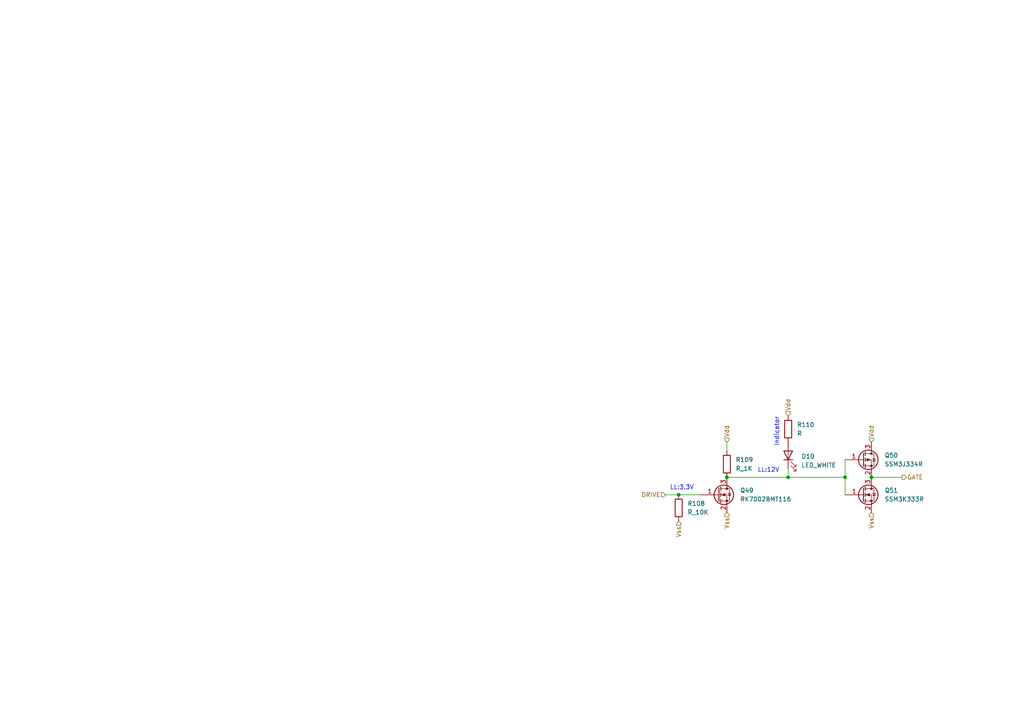
<source format=kicad_sch>
(kicad_sch (version 20211123) (generator eeschema)
  (paper "A4")
  (lib_symbols
    (symbol "Device:R" (pin_numbers hide) (pin_names (offset 0))
      (property "Reference" "R" (at 2.032 0 90))
      (property "Value" "R" (at 0 0 90))
      (symbol "R_0_1"
        (rectangle (start -1.016 -2.54) (end 1.016 2.54) (stroke (width 0.254)))
      )
      (symbol "R_1_1"
        (pin passive line (at 0 3.81 270) (length 1.27) (name "~") (number "1"))
        (pin passive line (at 0 -3.81 90) (length 1.27) (name "~") (number "2"))
      )
    )
    (symbol "OEM:LED_WHITE" (pin_numbers hide) (pin_names (offset 1.016) hide)
      (property "Reference" "D" (at 0 2.54 0))
      (property "Value" "LED_WHITE" (at 0 -2.54 0))
      (symbol "LED_WHITE_0_1"
        (polyline (pts (xy -1.27 -1.27) (xy -1.27 1.27)) (stroke (width 0.254)))
        (polyline (pts (xy -1.27 0) (xy 1.27 0)))
        (polyline (pts (xy 1.27 -1.27) (xy 1.27 1.27) (xy -1.27 0) (xy 1.27 -1.27)) (stroke (width 0.254)))
        (polyline (pts (xy -3.048 -0.762) (xy -4.572 -2.286) (xy -3.81 -2.286) (xy -4.572 -2.286) (xy -4.572 -1.524)))
        (polyline (pts (xy -1.778 -0.762) (xy -3.302 -2.286) (xy -2.54 -2.286) (xy -3.302 -2.286) (xy -3.302 -1.524)))
      )
      (symbol "LED_WHITE_1_1"
        (pin passive line (at -3.81 0 0) (length 2.54) (name "K") (number "1"))
        (pin passive line (at 3.81 0 180) (length 2.54) (name "A") (number "2"))
      )
    )
    (symbol "OEM:RK7002BMT116" (pin_names (offset 0) hide)
      (property "Reference" "Q" (at 5.08 1.905 0))
      (property "Value" "RK7002BMT116" (at 5.08 0 0))
      (symbol "RK7002BMT116_0_1"
        (polyline (pts (xy 0.762 -1.778) (xy 2.54 -1.778)))
        (polyline (pts (xy 0.762 -1.27) (xy 0.762 -2.286)) (stroke (width 0.254)))
        (polyline (pts (xy 0.762 0) (xy 2.54 0)))
        (polyline (pts (xy 0.762 0.508) (xy 0.762 -0.508)) (stroke (width 0.254)))
        (polyline (pts (xy 0.762 1.778) (xy 2.54 1.778)))
        (polyline (pts (xy 0.762 2.286) (xy 0.762 1.27)) (stroke (width 0.254)))
        (polyline (pts (xy 2.54 -1.778) (xy 2.54 -2.54)))
        (polyline (pts (xy 2.54 -1.778) (xy 2.54 0)))
        (polyline (pts (xy 2.54 2.54) (xy 2.54 1.778)))
        (polyline (pts (xy 0.254 1.905) (xy 0.254 -1.905) (xy 0.254 -1.905)) (stroke (width 0.254)))
        (polyline (pts (xy 1.016 0) (xy 2.032 0.381) (xy 2.032 -0.381) (xy 1.016 0)) (fill (type outline)))
        (polyline (pts (xy 2.54 -1.778) (xy 3.302 -1.778) (xy 3.302 1.778) (xy 2.54 1.778)))
        (polyline (pts (xy 2.794 0.508) (xy 2.921 0.381) (xy 3.683 0.381) (xy 3.81 0.254)))
        (polyline (pts (xy 3.302 0.381) (xy 2.921 -0.254) (xy 3.683 -0.254) (xy 3.302 0.381)))
        (circle (center 1.651 0) (radius 2.8194) (stroke (width 0.254)))
        (circle (center 2.54 -1.778) (radius 0.2794) (fill (type outline)))
        (circle (center 2.54 1.778) (radius 0.2794) (fill (type outline)))
      )
      (symbol "RK7002BMT116_1_1"
        (pin input line (at -5.08 0 0) (length 5.334) (name "G") (number "1"))
        (pin passive line (at 2.54 -5.08 90) (length 2.54) (name "S") (number "2"))
        (pin passive line (at 2.54 5.08 270) (length 2.54) (name "D") (number "3"))
      )
    )
    (symbol "formula:R_10K" (pin_numbers hide) (pin_names (offset 0))
      (property "Reference" "R" (at 2.032 0 90))
      (property "Value" "R_10K" (at -2.54 0 90))
      (symbol "R_10K_0_1"
        (rectangle (start -1.016 -2.54) (end 1.016 2.54) (stroke (width 0.254)))
      )
      (symbol "R_10K_1_1"
        (pin passive line (at 0 3.81 270) (length 1.27) (name "~") (number "1"))
        (pin passive line (at 0 -3.81 90) (length 1.27) (name "~") (number "2"))
      )
    )
    (symbol "formula:R_1K" (pin_numbers hide) (pin_names (offset 0))
      (property "Reference" "R" (at 2.032 0 90))
      (property "Value" "R_1K" (at -2.54 0 90))
      (symbol "R_1K_0_1"
        (rectangle (start -1.016 -2.54) (end 1.016 2.54) (stroke (width 0.254)))
      )
      (symbol "R_1K_1_1"
        (pin passive line (at 0 3.81 270) (length 1.27) (name "~") (number "1"))
        (pin passive line (at 0 -3.81 90) (length 1.27) (name "~") (number "2"))
      )
    )
    (symbol "formula:SSM3J334R" (pin_names (offset 0) hide)
      (property "Reference" "Q" (at 5.08 1.905 0))
      (property "Value" "SSM3J334R" (at 5.08 0 0))
      (symbol "SSM3J334R_1_1"
        (polyline (pts (xy 0.0508 0) (xy 0.254 0)))
        (polyline (pts (xy 0.762 -1.778) (xy 2.54 -1.778)))
        (polyline (pts (xy 0.762 -1.27) (xy 0.762 -2.286)) (stroke (width 0.254)))
        (polyline (pts (xy 0.762 0) (xy 2.54 0)))
        (polyline (pts (xy 0.762 0.508) (xy 0.762 -0.508)) (stroke (width 0.254)))
        (polyline (pts (xy 0.762 1.778) (xy 2.54 1.778)))
        (polyline (pts (xy 0.762 2.286) (xy 0.762 1.27)) (stroke (width 0.254)))
        (polyline (pts (xy 2.54 -1.778) (xy 2.54 -2.54)))
        (polyline (pts (xy 2.54 -1.778) (xy 2.54 0)))
        (polyline (pts (xy 2.54 2.54) (xy 2.54 1.778)))
        (polyline (pts (xy 0.254 1.905) (xy 0.254 -1.905) (xy 0.254 -1.905)) (stroke (width 0.254)))
        (polyline (pts (xy 2.286 0) (xy 1.27 -0.381) (xy 1.27 0.381) (xy 2.286 0)) (fill (type outline)))
        (polyline (pts (xy 2.54 -1.778) (xy 3.302 -1.778) (xy 3.302 1.778) (xy 2.54 1.778)))
        (polyline (pts (xy 2.794 -0.508) (xy 2.921 -0.381) (xy 3.683 -0.381) (xy 3.81 -0.254)))
        (polyline (pts (xy 3.302 -0.381) (xy 2.921 0.254) (xy 3.683 0.254) (xy 3.302 -0.381)))
        (circle (center 1.651 0) (radius 2.8194) (stroke (width 0.254)))
        (circle (center 2.54 -1.778) (radius 0.2794) (fill (type outline)))
        (circle (center 2.54 1.778) (radius 0.2794) (fill (type outline)))
        (pin input line (at -5.08 0 0) (length 5.08) (name "G") (number "1"))
        (pin passive line (at 2.54 -5.08 90) (length 2.54) (name "S") (number "2"))
        (pin passive line (at 2.54 5.08 270) (length 2.54) (name "D") (number "3"))
      )
    )
    (symbol "formula:SSM3K333R" (pin_names (offset 0) hide)
      (property "Reference" "Q" (at 5.08 1.905 0))
      (property "Value" "SSM3K333R" (at 5.08 0 0))
      (symbol "SSM3K333R_0_1"
        (polyline (pts (xy 0.762 -1.778) (xy 2.54 -1.778)))
        (polyline (pts (xy 0.762 -1.27) (xy 0.762 -2.286)) (stroke (width 0.254)))
        (polyline (pts (xy 0.762 0) (xy 2.54 0)))
        (polyline (pts (xy 0.762 0.508) (xy 0.762 -0.508)) (stroke (width 0.254)))
        (polyline (pts (xy 0.762 1.778) (xy 2.54 1.778)))
        (polyline (pts (xy 0.762 2.286) (xy 0.762 1.27)) (stroke (width 0.254)))
        (polyline (pts (xy 2.54 -1.778) (xy 2.54 -2.54)))
        (polyline (pts (xy 2.54 -1.778) (xy 2.54 0)))
        (polyline (pts (xy 2.54 2.54) (xy 2.54 1.778)))
        (polyline (pts (xy 0.254 1.905) (xy 0.254 -1.905) (xy 0.254 -1.905)) (stroke (width 0.254)))
        (polyline (pts (xy 1.016 0) (xy 2.032 0.381) (xy 2.032 -0.381) (xy 1.016 0)) (fill (type outline)))
        (polyline (pts (xy 2.54 -1.778) (xy 3.302 -1.778) (xy 3.302 1.778) (xy 2.54 1.778)))
        (polyline (pts (xy 2.794 0.508) (xy 2.921 0.381) (xy 3.683 0.381) (xy 3.81 0.254)))
        (polyline (pts (xy 3.302 0.381) (xy 2.921 -0.254) (xy 3.683 -0.254) (xy 3.302 0.381)))
        (circle (center 1.651 0) (radius 2.8194) (stroke (width 0.254)))
        (circle (center 2.54 -1.778) (radius 0.2794) (fill (type outline)))
        (circle (center 2.54 1.778) (radius 0.2794) (fill (type outline)))
      )
      (symbol "SSM3K333R_1_1"
        (pin input line (at -5.08 0 0) (length 5.334) (name "G") (number "1"))
        (pin passive line (at 2.54 -5.08 90) (length 2.54) (name "S") (number "2"))
        (pin passive line (at 2.54 5.08 270) (length 2.54) (name "D") (number "3"))
      )
    )
  )
  (junction (at 228.6 138.43))
  (junction (at 252.73 138.43))
  (junction (at 245.11 138.43))
  (junction (at 196.85 143.51))
  (junction (at 210.82 138.43))
  (wire (pts (xy 228.6 135.89) (xy 228.6 138.43)))
  (wire (pts (xy 245.11 138.43) (xy 245.11 143.51)))
  (wire (pts (xy 210.82 138.43) (xy 228.6 138.43)))
  (wire (pts (xy 193.04 143.51) (xy 196.85 143.51)))
  (wire (pts (xy 252.73 138.43) (xy 261.62 138.43)))
  (wire (pts (xy 245.11 133.35) (xy 245.11 138.43)))
  (wire (pts (xy 228.6 138.43) (xy 245.11 138.43)))
  (wire (pts (xy 210.82 128.27) (xy 210.82 130.81)))
  (wire (pts (xy 196.85 143.51) (xy 203.2 143.51)))
  (text "LL:3.3V" (at 194.31 142.24 0) (effects (font (size 1.27 1.27)) (justify left bottom)))
  (text "LL:12V" (at 219.71 137.16 0) (effects (font (size 1.27 1.27)) (justify left bottom)))
  (text "Indicator" (at 226.06 129.54 90) (effects (font (size 1.27 1.27)) (justify left bottom)))
  (hierarchical_label "Vdd" (shape input) (at 228.6 120.65 90))
  (hierarchical_label "Vss" (shape input) (at 196.85 151.13 270))
  (hierarchical_label "DRIVE" (shape input) (at 193.04 143.51 180))
  (hierarchical_label "Vdd" (shape input) (at 252.73 128.27 90))
  (hierarchical_label "Vss" (shape input) (at 210.82 148.59 270))
  (hierarchical_label "GATE" (shape output) (at 261.62 138.43 0))
  (hierarchical_label "Vss" (shape input) (at 252.73 148.59 270))
  (hierarchical_label "Vdd" (shape input) (at 210.82 128.27 90))
  (symbol (lib_id "formula:R_10K") (at 196.85 147.32 0) (unit 1)
    (property "Reference" "R108" (at 199.39 146.0499 0) (effects (justify left)))
    (property "Value" "R_10K" (at 199.39 148.5899 0) (effects (justify left)))
    (property "Footprint" "footprints:R_0805_OEM" (effects hide))
    (property "Datasheet" "http://www.bourns.com/data/global/pdfs/CRS.pdf" (effects hide))
    (property "MFN" "DK" (effects hide))
    (property "MPN" "CRS0805-FX-1002ELFCT-ND" (effects hide))
    (property "PurchasingLink" "https://www.digikey.com/products/en?keywords=CRS0805-FX-1002ELFCT-ND" (effects hide))
  )
  (symbol (lib_id "OEM:LED_WHITE") (at 228.6 132.08 90) (unit 1)
    (property "Reference" "D10" (at 232.41 132.3974 90) (effects (justify right)))
    (property "Value" "LED_WHITE" (at 232.41 134.9374 90) (effects (justify right)))
    (property "Footprint" "OEM:CHIPLED_0805" (effects hide))
  )
  (symbol (lib_id "OEM:RK7002BMT116") (at 208.28 143.51 0) (unit 1)
    (property "Reference" "Q49" (at 214.63 142.2399 0) (effects (justify left)))
    (property "Value" "RK7002BMT116" (at 214.63 144.7799 0) (effects (justify left)))
    (property "Footprint" "Package_TO_SOT_SMD:SOT-23" (effects hide))
    (property "Datasheet" "https://drive.google.com/file/d/1V7XqRO6paiK1PaPxWve3iuNN8w1pZokg/view?usp=share_link" (effects hide))
  )
  (symbol (lib_id "formula:SSM3J334R") (at 250.19 133.35 0) (unit 1)
    (property "Reference" "Q50" (at 256.54 132.0799 0) (effects (justify left)))
    (property "Value" "SSM3J334R" (at 256.54 134.6199 0) (effects (justify left)))
    (property "Footprint" "footprints:SOT-23F" (effects hide))
    (property "MFN" "DK" (effects hide))
    (property "MPN" "SSM3J334R,LF" (effects hide))
    (property "PurchasingLink" "https://www.digikey.com/en/products/detail/toshiba-semiconductor-and-storage/SSM3J334R-LF/3863578" (effects hide))
  )
  (symbol (lib_id "formula:SSM3K333R") (at 250.19 143.51 0) (unit 1)
    (property "Reference" "Q51" (at 256.54 142.2399 0) (effects (justify left)))
    (property "Value" "SSM3K333R" (at 256.54 144.7799 0) (effects (justify left)))
    (property "Footprint" "footprints:SOT-23F" (effects hide))
    (property "Datasheet" "https://drive.google.com/drive/folders/0B-V-iZf33Y4GNzhDQTJZanJRbVk" (effects hide))
    (property "MFN" "DK" (effects hide))
    (property "MPN" "SSM3K333RLFCT-ND" (effects hide))
    (property "PurchasingLink" "https://www.digikey.com/product-detail/en/toshiba-semiconductor-and-storage/SSM3K333RLF/SSM3K333RLFCT-ND/3522391" (effects hide))
  )
  (symbol (lib_id "formula:R_1K") (at 210.82 134.62 0) (unit 1)
    (property "Reference" "R109" (at 213.36 133.3499 0) (effects (justify left)))
    (property "Value" "R_1K" (at 213.36 135.8899 0) (effects (justify left)))
    (property "Footprint" "footprints:R_0805_OEM" (effects hide))
    (property "Datasheet" "https://www.seielect.com/Catalog/SEI-rncp.pdf" (effects hide))
    (property "MFN" "DK" (effects hide))
    (property "MPN" "RNCP0805FTD1K00CT-ND" (effects hide))
    (property "PurchasingLink" "https://www.digikey.com/products/en?keywords=RNCP0805FTD1K00CT-ND" (effects hide))
  )
  (symbol (lib_id "Device:R") (at 228.6 124.46 0) (unit 1)
    (property "Reference" "R110" (at 231.14 123.1899 0) (effects (justify left)))
    (property "Value" "R" (at 231.14 125.7299 0) (effects (justify left)))
    (property "Footprint" "Resistor_SMD:R_0402_1005Metric" (effects hide))
  )
)
</source>
